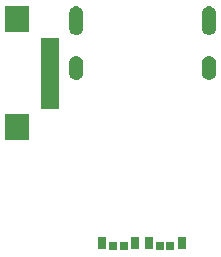
<source format=gbr>
G04 EAGLE Gerber RS-274X export*
G75*
%MOMM*%
%FSLAX34Y34*%
%LPD*%
%INSoldermask Top*%
%IPPOS*%
%AMOC8*
5,1,8,0,0,1.08239X$1,22.5*%
G01*
%ADD10R,1.503200X0.503200*%
%ADD11R,2.003200X2.203200*%
%ADD12R,0.803200X0.753200*%
%ADD13R,0.803200X1.103200*%

G36*
X171675Y192536D02*
X171675Y192536D01*
X171681Y192541D01*
X171685Y192538D01*
X172810Y192880D01*
X172815Y192885D01*
X172819Y192883D01*
X173857Y193438D01*
X173860Y193444D01*
X173865Y193443D01*
X174774Y194189D01*
X174776Y194196D01*
X174781Y194196D01*
X175527Y195105D01*
X175527Y195113D01*
X175532Y195113D01*
X176087Y196151D01*
X176086Y196158D01*
X176090Y196160D01*
X176432Y197285D01*
X176429Y197292D01*
X176434Y197295D01*
X176549Y198465D01*
X176547Y198468D01*
X176549Y198470D01*
X176549Y210470D01*
X176547Y210473D01*
X176549Y210475D01*
X176434Y211645D01*
X176429Y211651D01*
X176432Y211655D01*
X176090Y212780D01*
X176085Y212785D01*
X176087Y212789D01*
X175532Y213827D01*
X175526Y213830D01*
X175527Y213835D01*
X174781Y214744D01*
X174774Y214746D01*
X174774Y214751D01*
X173865Y215497D01*
X173857Y215497D01*
X173857Y215502D01*
X172819Y216057D01*
X172812Y216056D01*
X172810Y216060D01*
X171685Y216402D01*
X171678Y216399D01*
X171675Y216404D01*
X170505Y216519D01*
X170499Y216515D01*
X170495Y216519D01*
X169325Y216404D01*
X169319Y216399D01*
X169315Y216402D01*
X168190Y216060D01*
X168185Y216055D01*
X168181Y216057D01*
X167143Y215502D01*
X167140Y215496D01*
X167135Y215497D01*
X166226Y214751D01*
X166224Y214744D01*
X166219Y214744D01*
X165473Y213835D01*
X165473Y213827D01*
X165468Y213827D01*
X164913Y212789D01*
X164914Y212782D01*
X164910Y212780D01*
X164568Y211655D01*
X164571Y211648D01*
X164566Y211645D01*
X164451Y210475D01*
X164453Y210472D01*
X164451Y210470D01*
X164451Y198470D01*
X164453Y198467D01*
X164451Y198465D01*
X164566Y197295D01*
X164571Y197289D01*
X164568Y197285D01*
X164910Y196160D01*
X164915Y196155D01*
X164913Y196151D01*
X165468Y195113D01*
X165474Y195110D01*
X165473Y195105D01*
X166219Y194196D01*
X166226Y194194D01*
X166226Y194189D01*
X167135Y193443D01*
X167143Y193443D01*
X167143Y193438D01*
X168181Y192883D01*
X168188Y192884D01*
X168190Y192880D01*
X169315Y192538D01*
X169322Y192541D01*
X169325Y192536D01*
X170495Y192421D01*
X170501Y192425D01*
X170505Y192421D01*
X171675Y192536D01*
G37*
G36*
X59275Y192536D02*
X59275Y192536D01*
X59281Y192541D01*
X59285Y192538D01*
X60410Y192880D01*
X60415Y192885D01*
X60419Y192883D01*
X61457Y193438D01*
X61460Y193444D01*
X61465Y193443D01*
X62374Y194189D01*
X62376Y194196D01*
X62381Y194196D01*
X63127Y195105D01*
X63127Y195113D01*
X63132Y195113D01*
X63687Y196151D01*
X63686Y196158D01*
X63690Y196160D01*
X64032Y197285D01*
X64029Y197292D01*
X64034Y197295D01*
X64149Y198465D01*
X64147Y198468D01*
X64149Y198470D01*
X64149Y210470D01*
X64147Y210473D01*
X64149Y210475D01*
X64034Y211645D01*
X64029Y211651D01*
X64032Y211655D01*
X63690Y212780D01*
X63685Y212785D01*
X63687Y212789D01*
X63132Y213827D01*
X63126Y213830D01*
X63127Y213835D01*
X62381Y214744D01*
X62374Y214746D01*
X62374Y214751D01*
X61465Y215497D01*
X61457Y215497D01*
X61457Y215502D01*
X60419Y216057D01*
X60412Y216056D01*
X60410Y216060D01*
X59285Y216402D01*
X59278Y216399D01*
X59275Y216404D01*
X58105Y216519D01*
X58099Y216515D01*
X58095Y216519D01*
X56925Y216404D01*
X56919Y216399D01*
X56915Y216402D01*
X55790Y216060D01*
X55785Y216055D01*
X55781Y216057D01*
X54743Y215502D01*
X54740Y215496D01*
X54735Y215497D01*
X53826Y214751D01*
X53824Y214744D01*
X53819Y214744D01*
X53073Y213835D01*
X53073Y213827D01*
X53068Y213827D01*
X52513Y212789D01*
X52514Y212782D01*
X52510Y212780D01*
X52168Y211655D01*
X52171Y211648D01*
X52166Y211645D01*
X52051Y210475D01*
X52053Y210472D01*
X52051Y210470D01*
X52051Y198470D01*
X52053Y198467D01*
X52051Y198465D01*
X52166Y197295D01*
X52171Y197289D01*
X52168Y197285D01*
X52510Y196160D01*
X52515Y196155D01*
X52513Y196151D01*
X53068Y195113D01*
X53074Y195110D01*
X53073Y195105D01*
X53819Y194196D01*
X53826Y194194D01*
X53826Y194189D01*
X54735Y193443D01*
X54743Y193443D01*
X54743Y193438D01*
X55781Y192883D01*
X55788Y192884D01*
X55790Y192880D01*
X56915Y192538D01*
X56922Y192541D01*
X56925Y192536D01*
X58095Y192421D01*
X58101Y192425D01*
X58105Y192421D01*
X59275Y192536D01*
G37*
G36*
X171675Y154536D02*
X171675Y154536D01*
X171681Y154541D01*
X171685Y154538D01*
X172810Y154880D01*
X172815Y154885D01*
X172819Y154883D01*
X173857Y155438D01*
X173860Y155444D01*
X173865Y155443D01*
X174774Y156189D01*
X174776Y156196D01*
X174781Y156196D01*
X175527Y157105D01*
X175527Y157113D01*
X175532Y157113D01*
X176087Y158151D01*
X176086Y158158D01*
X176090Y158160D01*
X176432Y159285D01*
X176429Y159292D01*
X176434Y159295D01*
X176549Y160465D01*
X176547Y160468D01*
X176549Y160470D01*
X176549Y168470D01*
X176547Y168473D01*
X176549Y168475D01*
X176434Y169645D01*
X176429Y169651D01*
X176432Y169655D01*
X176090Y170780D01*
X176085Y170785D01*
X176087Y170789D01*
X175532Y171827D01*
X175526Y171830D01*
X175527Y171835D01*
X174781Y172744D01*
X174774Y172746D01*
X174774Y172751D01*
X173865Y173497D01*
X173857Y173497D01*
X173857Y173502D01*
X172819Y174057D01*
X172812Y174056D01*
X172810Y174060D01*
X171685Y174402D01*
X171678Y174399D01*
X171675Y174404D01*
X170505Y174519D01*
X170499Y174515D01*
X170495Y174519D01*
X169325Y174404D01*
X169319Y174399D01*
X169315Y174402D01*
X168190Y174060D01*
X168185Y174055D01*
X168181Y174057D01*
X167143Y173502D01*
X167140Y173496D01*
X167135Y173497D01*
X166226Y172751D01*
X166224Y172744D01*
X166219Y172744D01*
X165473Y171835D01*
X165473Y171827D01*
X165468Y171827D01*
X164913Y170789D01*
X164914Y170786D01*
X164912Y170785D01*
X164914Y170782D01*
X164910Y170780D01*
X164568Y169655D01*
X164569Y169653D01*
X164568Y169652D01*
X164570Y169649D01*
X164571Y169648D01*
X164566Y169645D01*
X164451Y168475D01*
X164453Y168472D01*
X164451Y168470D01*
X164451Y160470D01*
X164453Y160467D01*
X164451Y160465D01*
X164566Y159295D01*
X164571Y159289D01*
X164568Y159285D01*
X164910Y158160D01*
X164915Y158155D01*
X164913Y158151D01*
X165468Y157113D01*
X165474Y157110D01*
X165473Y157105D01*
X166219Y156196D01*
X166226Y156194D01*
X166226Y156189D01*
X167135Y155443D01*
X167143Y155443D01*
X167143Y155438D01*
X168181Y154883D01*
X168188Y154884D01*
X168190Y154880D01*
X169315Y154538D01*
X169322Y154541D01*
X169325Y154536D01*
X170495Y154421D01*
X170501Y154425D01*
X170505Y154421D01*
X171675Y154536D01*
G37*
G36*
X59275Y154536D02*
X59275Y154536D01*
X59281Y154541D01*
X59285Y154538D01*
X60410Y154880D01*
X60415Y154885D01*
X60419Y154883D01*
X61457Y155438D01*
X61460Y155444D01*
X61465Y155443D01*
X62374Y156189D01*
X62376Y156196D01*
X62381Y156196D01*
X63127Y157105D01*
X63127Y157113D01*
X63132Y157113D01*
X63687Y158151D01*
X63686Y158158D01*
X63690Y158160D01*
X64032Y159285D01*
X64029Y159292D01*
X64034Y159295D01*
X64149Y160465D01*
X64147Y160468D01*
X64149Y160470D01*
X64149Y168470D01*
X64147Y168473D01*
X64149Y168475D01*
X64034Y169645D01*
X64029Y169651D01*
X64032Y169655D01*
X63690Y170780D01*
X63685Y170785D01*
X63687Y170789D01*
X63132Y171827D01*
X63126Y171830D01*
X63127Y171835D01*
X62381Y172744D01*
X62374Y172746D01*
X62374Y172751D01*
X61465Y173497D01*
X61457Y173497D01*
X61457Y173502D01*
X60419Y174057D01*
X60412Y174056D01*
X60410Y174060D01*
X59285Y174402D01*
X59278Y174399D01*
X59275Y174404D01*
X58105Y174519D01*
X58099Y174515D01*
X58095Y174519D01*
X56925Y174404D01*
X56919Y174399D01*
X56915Y174402D01*
X55790Y174060D01*
X55785Y174055D01*
X55781Y174057D01*
X54743Y173502D01*
X54740Y173496D01*
X54735Y173497D01*
X53826Y172751D01*
X53824Y172744D01*
X53819Y172744D01*
X53073Y171835D01*
X53073Y171827D01*
X53068Y171827D01*
X52513Y170789D01*
X52514Y170786D01*
X52512Y170785D01*
X52514Y170782D01*
X52510Y170780D01*
X52168Y169655D01*
X52169Y169653D01*
X52168Y169652D01*
X52170Y169649D01*
X52171Y169648D01*
X52166Y169645D01*
X52051Y168475D01*
X52053Y168472D01*
X52051Y168470D01*
X52051Y160470D01*
X52053Y160467D01*
X52051Y160465D01*
X52166Y159295D01*
X52171Y159289D01*
X52168Y159285D01*
X52510Y158160D01*
X52515Y158155D01*
X52513Y158151D01*
X53068Y157113D01*
X53074Y157110D01*
X53073Y157105D01*
X53819Y156196D01*
X53826Y156194D01*
X53826Y156189D01*
X54735Y155443D01*
X54743Y155443D01*
X54743Y155438D01*
X55781Y154883D01*
X55788Y154884D01*
X55790Y154880D01*
X56915Y154538D01*
X56922Y154541D01*
X56925Y154536D01*
X58095Y154421D01*
X58101Y154425D01*
X58105Y154421D01*
X59275Y154536D01*
G37*
D10*
X35560Y187520D03*
X35560Y182520D03*
X35560Y177520D03*
X35560Y172520D03*
X35560Y167520D03*
X35560Y162520D03*
X35560Y157520D03*
X35560Y152520D03*
X35560Y147520D03*
X35560Y142520D03*
X35560Y137520D03*
X35560Y132520D03*
D11*
X8060Y114520D03*
X8060Y205520D03*
D12*
X98480Y13260D03*
X89480Y13260D03*
D13*
X107980Y16510D03*
X79980Y16510D03*
D12*
X137850Y13260D03*
X128850Y13260D03*
D13*
X147350Y16510D03*
X119350Y16510D03*
M02*

</source>
